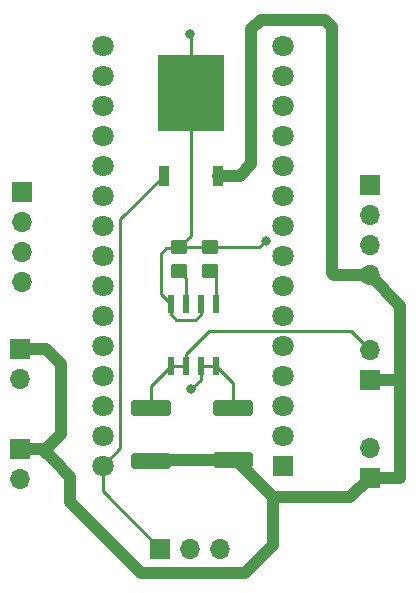
<source format=gbr>
%TF.GenerationSoftware,KiCad,Pcbnew,(6.0.4)*%
%TF.CreationDate,2022-09-15T01:44:32-04:00*%
%TF.ProjectId,NANO_HAT,4e414e4f-5f48-4415-942e-6b696361645f,rev?*%
%TF.SameCoordinates,Original*%
%TF.FileFunction,Copper,L2,Bot*%
%TF.FilePolarity,Positive*%
%FSLAX46Y46*%
G04 Gerber Fmt 4.6, Leading zero omitted, Abs format (unit mm)*
G04 Created by KiCad (PCBNEW (6.0.4)) date 2022-09-15 01:44:32*
%MOMM*%
%LPD*%
G01*
G04 APERTURE LIST*
G04 Aperture macros list*
%AMRoundRect*
0 Rectangle with rounded corners*
0 $1 Rounding radius*
0 $2 $3 $4 $5 $6 $7 $8 $9 X,Y pos of 4 corners*
0 Add a 4 corners polygon primitive as box body*
4,1,4,$2,$3,$4,$5,$6,$7,$8,$9,$2,$3,0*
0 Add four circle primitives for the rounded corners*
1,1,$1+$1,$2,$3*
1,1,$1+$1,$4,$5*
1,1,$1+$1,$6,$7*
1,1,$1+$1,$8,$9*
0 Add four rect primitives between the rounded corners*
20,1,$1+$1,$2,$3,$4,$5,0*
20,1,$1+$1,$4,$5,$6,$7,0*
20,1,$1+$1,$6,$7,$8,$9,0*
20,1,$1+$1,$8,$9,$2,$3,0*%
G04 Aperture macros list end*
%TA.AperFunction,SMDPad,CuDef*%
%ADD10R,0.960000X1.730000*%
%TD*%
%TA.AperFunction,SMDPad,CuDef*%
%ADD11R,5.630000X6.490000*%
%TD*%
%TA.AperFunction,ComponentPad*%
%ADD12R,1.700000X1.700000*%
%TD*%
%TA.AperFunction,ComponentPad*%
%ADD13O,1.700000X1.700000*%
%TD*%
%TA.AperFunction,ComponentPad*%
%ADD14R,1.800000X1.800000*%
%TD*%
%TA.AperFunction,ComponentPad*%
%ADD15C,1.800000*%
%TD*%
%TA.AperFunction,SMDPad,CuDef*%
%ADD16RoundRect,0.250000X-0.450000X0.350000X-0.450000X-0.350000X0.450000X-0.350000X0.450000X0.350000X0*%
%TD*%
%TA.AperFunction,SMDPad,CuDef*%
%ADD17RoundRect,0.250000X1.450000X-0.400000X1.450000X0.400000X-1.450000X0.400000X-1.450000X-0.400000X0*%
%TD*%
%TA.AperFunction,SMDPad,CuDef*%
%ADD18RoundRect,0.041300X-0.253700X0.748700X-0.253700X-0.748700X0.253700X-0.748700X0.253700X0.748700X0*%
%TD*%
%TA.AperFunction,ViaPad*%
%ADD19C,0.800000*%
%TD*%
%TA.AperFunction,Conductor*%
%ADD20C,0.250000*%
%TD*%
%TA.AperFunction,Conductor*%
%ADD21C,1.000000*%
%TD*%
%TA.AperFunction,Conductor*%
%ADD22C,0.254000*%
%TD*%
G04 APERTURE END LIST*
D10*
%TO.P,VR1,1,INPUT*%
%TO.N,VCC*%
X164350000Y-79002500D03*
%TO.P,VR1,3,OUTPUT*%
%TO.N,/5V*%
X159780000Y-79002500D03*
D11*
%TO.P,VR1,4,GND*%
%TO.N,GND*%
X162065000Y-71982500D03*
%TD*%
D12*
%TO.P,J5,1,Pin_1*%
%TO.N,VCC*%
X147600000Y-93725000D03*
D13*
%TO.P,J5,2,Pin_2*%
%TO.N,/SOL1*%
X147600000Y-96265000D03*
%TD*%
D12*
%TO.P,J7,1,Pin_1*%
%TO.N,/SDA*%
X177200000Y-79800000D03*
D13*
%TO.P,J7,2,Pin_2*%
%TO.N,/SCL*%
X177200000Y-82340000D03*
%TO.P,J7,3,Pin_3*%
%TO.N,GND*%
X177200000Y-84880000D03*
%TO.P,J7,4,Pin_4*%
%TO.N,VCC*%
X177200000Y-87420000D03*
%TD*%
D12*
%TO.P,J2,1,Pin_1*%
%TO.N,VCC*%
X147600000Y-102125000D03*
D13*
%TO.P,J2,2,Pin_2*%
%TO.N,/SOL1*%
X147600000Y-104665000D03*
%TD*%
D14*
%TO.P,TB1,1,D1/TX*%
%TO.N,unconnected-(TB1-Pad1)*%
X169840000Y-103580000D03*
D15*
%TO.P,TB1,2,D0/RX*%
%TO.N,unconnected-(TB1-Pad2)*%
X169840000Y-101040000D03*
%TO.P,TB1,3,RESET*%
%TO.N,unconnected-(TB1-Pad28)*%
X169840000Y-98500000D03*
%TO.P,TB1,4,COM/GND*%
%TO.N,GND*%
X169840000Y-95960000D03*
%TO.P,TB1,5,D2*%
%TO.N,unconnected-(TB1-Pad5)*%
X169840000Y-93420000D03*
%TO.P,TB1,6,D3*%
%TO.N,unconnected-(TB1-Pad6)*%
X169840000Y-90880000D03*
%TO.P,TB1,7,D4*%
%TO.N,unconnected-(TB1-Pad7)*%
X169840000Y-88340000D03*
%TO.P,TB1,8,D5*%
%TO.N,/LED*%
X169840000Y-85800000D03*
%TO.P,TB1,9,D6*%
%TO.N,/SOL1*%
X169840000Y-83260000D03*
%TO.P,TB1,10,D7*%
%TO.N,/SOL2*%
X169840000Y-80720000D03*
%TO.P,TB1,11,D8*%
%TO.N,unconnected-(TB1-Pad11)*%
X169840000Y-78180000D03*
%TO.P,TB1,12,D9*%
%TO.N,unconnected-(TB1-Pad12)*%
X169840000Y-75640000D03*
%TO.P,TB1,13,D10*%
%TO.N,unconnected-(TB1-Pad13)*%
X169840000Y-73100000D03*
%TO.P,TB1,14,D11/MOSI*%
%TO.N,unconnected-(TB1-Pad14)*%
X169840000Y-70560000D03*
%TO.P,TB1,15,D12/MISO*%
%TO.N,unconnected-(TB1-Pad15)*%
X169840000Y-68020000D03*
%TO.P,TB1,16,D13/SCK*%
%TO.N,unconnected-(TB1-Pad16)*%
X154600000Y-68020000D03*
%TO.P,TB1,17,3V3*%
%TO.N,unconnected-(TB1-Pad17)*%
X154600000Y-70560000D03*
%TO.P,TB1,18,AREF*%
%TO.N,unconnected-(TB1-Pad18)*%
X154600000Y-73100000D03*
%TO.P,TB1,19,A0*%
%TO.N,unconnected-(TB1-Pad19)*%
X154600000Y-75640000D03*
%TO.P,TB1,20,A1*%
%TO.N,unconnected-(TB1-Pad20)*%
X154600000Y-78180000D03*
%TO.P,TB1,21,A2*%
%TO.N,unconnected-(TB1-Pad21)*%
X154600000Y-80720000D03*
%TO.P,TB1,22,A3*%
%TO.N,unconnected-(TB1-Pad22)*%
X154600000Y-83260000D03*
%TO.P,TB1,23,A4*%
%TO.N,/SDA*%
X154600000Y-85800000D03*
%TO.P,TB1,24,A5*%
%TO.N,/SCL*%
X154600000Y-88340000D03*
%TO.P,TB1,25,A6*%
%TO.N,unconnected-(TB1-Pad25)*%
X154600000Y-90880000D03*
%TO.P,TB1,26,A7*%
%TO.N,unconnected-(TB1-Pad26)*%
X154600000Y-93420000D03*
%TO.P,TB1,27,+5V*%
%TO.N,unconnected-(TB1-Pad27)*%
X154600000Y-95960000D03*
%TO.P,TB1,28,RESET*%
%TO.N,unconnected-(TB1-Pad28)*%
X154600000Y-98500000D03*
%TO.P,TB1,29,COM/GND*%
%TO.N,GND*%
X154600000Y-101040000D03*
%TO.P,TB1,30,VIN*%
%TO.N,/5V*%
X154600000Y-103580000D03*
%TD*%
D12*
%TO.P,J3,1,Pin_1*%
%TO.N,VCC*%
X177200000Y-96275000D03*
D13*
%TO.P,J3,2,Pin_2*%
%TO.N,/SOL2*%
X177200000Y-93735000D03*
%TD*%
D12*
%TO.P,J4,1,Pin_1*%
%TO.N,/SDA*%
X147800000Y-80400000D03*
D13*
%TO.P,J4,2,Pin_2*%
%TO.N,/SCL*%
X147800000Y-82940000D03*
%TO.P,J4,3,Pin_3*%
%TO.N,GND*%
X147800000Y-85480000D03*
%TO.P,J4,4,Pin_4*%
%TO.N,VCC*%
X147800000Y-88020000D03*
%TD*%
D12*
%TO.P,J6,1,Pin_1*%
%TO.N,VCC*%
X177200000Y-104600000D03*
D13*
%TO.P,J6,2,Pin_2*%
%TO.N,/SOL2*%
X177200000Y-102060000D03*
%TD*%
D12*
%TO.P,J1,1,Pin_1*%
%TO.N,/5V*%
X159475000Y-110600000D03*
D13*
%TO.P,J1,2,Pin_2*%
%TO.N,/LED*%
X162015000Y-110600000D03*
%TO.P,J1,3,Pin_3*%
%TO.N,GND*%
X164555000Y-110600000D03*
%TD*%
D16*
%TO.P,R1,1*%
%TO.N,GND*%
X161065000Y-85085000D03*
%TO.P,R1,2*%
%TO.N,/Gate 1*%
X161065000Y-87085000D03*
%TD*%
D17*
%TO.P,D2,1,K*%
%TO.N,VCC*%
X158665000Y-103135000D03*
%TO.P,D2,2,A*%
%TO.N,/SOL2*%
X158665000Y-98685000D03*
%TD*%
D16*
%TO.P,R2,1*%
%TO.N,GND*%
X163665000Y-85085000D03*
%TO.P,R2,2*%
%TO.N,/Gate 2*%
X163665000Y-87085000D03*
%TD*%
D17*
%TO.P,D1,1,K*%
%TO.N,VCC*%
X165665000Y-103110000D03*
%TO.P,D1,2,A*%
%TO.N,/SOL1*%
X165665000Y-98660000D03*
%TD*%
D18*
%TO.P,U1,1,S1*%
%TO.N,GND*%
X160360000Y-89860000D03*
%TO.P,U1,2,G1*%
%TO.N,/Gate 1*%
X161630000Y-89860000D03*
%TO.P,U1,3,S2*%
%TO.N,GND*%
X162900000Y-89860000D03*
%TO.P,U1,4,G2*%
%TO.N,/Gate 2*%
X164170000Y-89860000D03*
%TO.P,U1,5,D1*%
%TO.N,/SOL1*%
X164170000Y-95110000D03*
%TO.P,U1,6,D1*%
X162900000Y-95110000D03*
%TO.P,U1,7,D2*%
%TO.N,/SOL2*%
X161630000Y-95110000D03*
%TO.P,U1,8,D2*%
X160360000Y-95110000D03*
%TD*%
D19*
%TO.N,GND*%
X168400000Y-84550000D03*
%TO.N,/SOL1*%
X162100000Y-97100000D03*
%TO.N,GND*%
X162000000Y-67000000D03*
%TD*%
D20*
%TO.N,GND*%
X167865000Y-85085000D02*
X168400000Y-84550000D01*
X163665000Y-85085000D02*
X167865000Y-85085000D01*
%TO.N,/5V*%
X159780000Y-79002500D02*
X156100000Y-82682500D01*
D21*
%TO.N,VCC*%
X174180000Y-87420000D02*
X177200000Y-87420000D01*
X166650000Y-112650000D02*
X157850000Y-112650000D01*
X165665000Y-103110000D02*
X165910000Y-103110000D01*
X150475000Y-103125000D02*
X149475000Y-102125000D01*
X151850000Y-106650000D02*
X151850000Y-104500000D01*
X164350000Y-79002500D02*
X166197500Y-79002500D01*
X151050000Y-100850000D02*
X151050000Y-95000000D01*
X158690000Y-103110000D02*
X158665000Y-103135000D01*
X179800000Y-96200000D02*
X179725000Y-96275000D01*
X149775000Y-102125000D02*
X151050000Y-100850000D01*
X179800000Y-96200000D02*
X179800000Y-104600000D01*
X173400000Y-65800000D02*
X174000000Y-66400000D01*
X179800000Y-90020000D02*
X179800000Y-96200000D01*
X151850000Y-104500000D02*
X150475000Y-103125000D01*
X147600000Y-102125000D02*
X149775000Y-102125000D01*
X165910000Y-103110000D02*
X169050000Y-106250000D01*
X179725000Y-96275000D02*
X177200000Y-96275000D01*
X175550000Y-106250000D02*
X177200000Y-104600000D01*
X151050000Y-95000000D02*
X149775000Y-93725000D01*
X167200000Y-66600000D02*
X168000000Y-65800000D01*
X166197500Y-79002500D02*
X167200000Y-78000000D01*
X177200000Y-87420000D02*
X179800000Y-90020000D01*
X174000000Y-87240000D02*
X174180000Y-87420000D01*
X169050000Y-106250000D02*
X169050000Y-110250000D01*
X169050000Y-106250000D02*
X175550000Y-106250000D01*
X149475000Y-102125000D02*
X147600000Y-102125000D01*
X157850000Y-112650000D02*
X151850000Y-106650000D01*
X167200000Y-78000000D02*
X167200000Y-66600000D01*
X169050000Y-110250000D02*
X166650000Y-112650000D01*
X149775000Y-93725000D02*
X147600000Y-93725000D01*
X165665000Y-103110000D02*
X158690000Y-103110000D01*
X168000000Y-65800000D02*
X173400000Y-65800000D01*
X174000000Y-66400000D02*
X174000000Y-87240000D01*
X179800000Y-104600000D02*
X177200000Y-104600000D01*
D20*
%TO.N,/SOL1*%
X164170000Y-95110000D02*
X165665000Y-96605000D01*
D22*
X162100000Y-97100000D02*
X162900000Y-96300000D01*
D20*
X165665000Y-96605000D02*
X165665000Y-98660000D01*
X162900000Y-95110000D02*
X164170000Y-95110000D01*
D22*
X162900000Y-96300000D02*
X162900000Y-95110000D01*
%TO.N,/SOL2*%
X161630000Y-94120000D02*
X163600000Y-92150000D01*
X163600000Y-92150000D02*
X175615000Y-92150000D01*
X175615000Y-92150000D02*
X177200000Y-93735000D01*
D20*
X161630000Y-95110000D02*
X160360000Y-95110000D01*
X160360000Y-95110000D02*
X158665000Y-96805000D01*
X158665000Y-96805000D02*
X158665000Y-98685000D01*
D22*
X161630000Y-95110000D02*
X161630000Y-94120000D01*
D20*
%TO.N,GND*%
X162900000Y-90800000D02*
X162900000Y-89860000D01*
X162065000Y-71982500D02*
X162065000Y-84085000D01*
D22*
X161065000Y-85085000D02*
X161000000Y-85150000D01*
X159500000Y-85650000D02*
X159500000Y-89000000D01*
D20*
X160360000Y-90760000D02*
X160850000Y-91250000D01*
D22*
X163665000Y-85085000D02*
X161065000Y-85085000D01*
X161000000Y-85150000D02*
X160000000Y-85150000D01*
X162065000Y-71982500D02*
X162065000Y-67065000D01*
X159500000Y-89000000D02*
X160360000Y-89860000D01*
D20*
X162065000Y-84085000D02*
X161065000Y-85085000D01*
D22*
X162065000Y-67065000D02*
X162000000Y-67000000D01*
X160000000Y-85150000D02*
X159500000Y-85650000D01*
D20*
X160360000Y-89860000D02*
X160360000Y-90760000D01*
X162450000Y-91250000D02*
X162900000Y-90800000D01*
X160850000Y-91250000D02*
X162450000Y-91250000D01*
%TO.N,/Gate 1*%
X161065000Y-87085000D02*
X161630000Y-87650000D01*
X161630000Y-87650000D02*
X161630000Y-89860000D01*
%TO.N,/Gate 2*%
X163665000Y-87085000D02*
X164170000Y-87590000D01*
X164170000Y-87590000D02*
X164170000Y-89860000D01*
%TO.N,/5V*%
X154600000Y-105725000D02*
X159475000Y-110600000D01*
D22*
X154600000Y-103580000D02*
X156100000Y-102080000D01*
X156100000Y-102080000D02*
X156100000Y-82682500D01*
D20*
X154600000Y-103580000D02*
X154600000Y-105725000D01*
%TD*%
M02*

</source>
